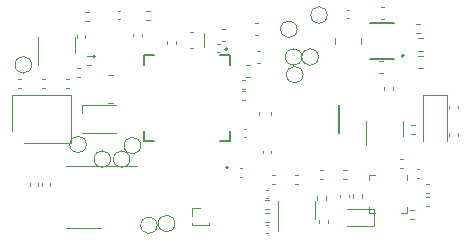
<source format=gbr>
G04 #@! TF.GenerationSoftware,KiCad,Pcbnew,7.0.10-7.0.10~ubuntu22.04.1*
G04 #@! TF.CreationDate,2024-02-23T20:42:25+01:00*
G04 #@! TF.ProjectId,dictofun,64696374-6f66-4756-9e2e-6b696361645f,rev?*
G04 #@! TF.SameCoordinates,Original*
G04 #@! TF.FileFunction,Legend,Top*
G04 #@! TF.FilePolarity,Positive*
%FSLAX45Y45*%
G04 Gerber Fmt 4.5, Leading zero omitted, Abs format (unit mm)*
G04 Created by KiCad (PCBNEW 7.0.10-7.0.10~ubuntu22.04.1) date 2024-02-23 20:42:25*
%MOMM*%
%LPD*%
G01*
G04 APERTURE LIST*
%ADD10C,0.120000*%
%ADD11C,0.200000*%
%ADD12C,0.127000*%
G04 APERTURE END LIST*
D10*
X11819000Y-10465784D02*
X11819000Y-10444216D01*
X11891000Y-10465784D02*
X11891000Y-10444216D01*
X11924000Y-10465784D02*
X11924000Y-10444216D01*
X11996000Y-10465784D02*
X11996000Y-10444216D01*
X14693000Y-10373000D02*
X14740500Y-10373000D01*
X15015000Y-10420500D02*
X15015000Y-10373000D01*
X14693000Y-10420500D02*
X14693000Y-10373000D01*
X15015000Y-10647500D02*
X15015000Y-10695000D01*
X14693000Y-10647500D02*
X14693000Y-10695000D01*
X15015000Y-10695000D02*
X14967500Y-10695000D01*
X14693000Y-10695000D02*
X14740500Y-10695000D01*
X15205364Y-10528000D02*
X15174636Y-10528000D01*
X15205364Y-10452000D02*
X15174636Y-10452000D01*
X15118784Y-10399000D02*
X15097216Y-10399000D01*
X15118784Y-10327000D02*
X15097216Y-10327000D01*
X14632000Y-10534636D02*
X14632000Y-10565364D01*
X14556000Y-10534636D02*
X14556000Y-10565364D01*
X14305364Y-10406000D02*
X14274636Y-10406000D01*
X14305364Y-10330000D02*
X14274636Y-10330000D01*
X14952636Y-10237000D02*
X14983364Y-10237000D01*
X14952636Y-10313000D02*
X14983364Y-10313000D01*
X14506364Y-10406000D02*
X14475636Y-10406000D01*
X14506364Y-10330000D02*
X14475636Y-10330000D01*
X14732500Y-10807500D02*
X14732500Y-10660500D01*
X14732500Y-10660500D02*
X14504000Y-10660500D01*
X14504000Y-10807500D02*
X14732500Y-10807500D01*
X15200784Y-10636000D02*
X15179216Y-10636000D01*
X15200784Y-10564000D02*
X15179216Y-10564000D01*
X15044636Y-10667000D02*
X15075364Y-10667000D01*
X15044636Y-10743000D02*
X15075364Y-10743000D01*
X15125364Y-9168000D02*
X15094636Y-9168000D01*
X15125364Y-9092000D02*
X15094636Y-9092000D01*
X15448000Y-10014636D02*
X15448000Y-10045364D01*
X15372000Y-10014636D02*
X15372000Y-10045364D01*
X13634216Y-9984000D02*
X13655784Y-9984000D01*
X13634216Y-10056000D02*
X13655784Y-10056000D01*
X13866000Y-10169216D02*
X13866000Y-10190784D01*
X13794000Y-10169216D02*
X13794000Y-10190784D01*
X12670000Y-10240000D02*
G75*
G03*
X12530000Y-10240000I-70000J0D01*
G01*
X12530000Y-10240000D02*
G75*
G03*
X12670000Y-10240000I70000J0D01*
G01*
X13685028Y-9546000D02*
X13652472Y-9546000D01*
X13685028Y-9444000D02*
X13652472Y-9444000D01*
X12505000Y-10240000D02*
G75*
G03*
X12365000Y-10240000I-70000J0D01*
G01*
X12365000Y-10240000D02*
G75*
G03*
X12505000Y-10240000I70000J0D01*
G01*
X12293000Y-9184636D02*
X12293000Y-9215364D01*
X12217000Y-9184636D02*
X12217000Y-9215364D01*
D11*
X12375000Y-9370000D02*
G75*
G03*
X12355000Y-9370000I-10000J0D01*
G01*
X12355000Y-9370000D02*
G75*
G03*
X12375000Y-9370000I10000J0D01*
G01*
D10*
X12249364Y-9543000D02*
X12218636Y-9543000D01*
X12249364Y-9467000D02*
X12218636Y-9467000D01*
X15374000Y-9810784D02*
X15374000Y-9789216D01*
X15446000Y-9810784D02*
X15446000Y-9789216D01*
X13300000Y-9290000D02*
X13300000Y-9170000D01*
X13200000Y-9300000D02*
X13180000Y-9300000D01*
X13200000Y-9160000D02*
X13180000Y-9160000D01*
X13840784Y-10866000D02*
X13819216Y-10866000D01*
X13840784Y-10794000D02*
X13819216Y-10794000D01*
X15081364Y-10023000D02*
X15050636Y-10023000D01*
X15081364Y-9947000D02*
X15050636Y-9947000D01*
X13050000Y-10785000D02*
G75*
G03*
X12910000Y-10785000I-70000J0D01*
G01*
X12910000Y-10785000D02*
G75*
G03*
X13050000Y-10785000I70000J0D01*
G01*
X14823000Y-9650784D02*
X14823000Y-9629216D01*
X14895000Y-9650784D02*
X14895000Y-9629216D01*
X12585784Y-9056000D02*
X12564216Y-9056000D01*
X12585784Y-8984000D02*
X12564216Y-8984000D01*
X13900364Y-10448000D02*
X13869636Y-10448000D01*
X13900364Y-10372000D02*
X13869636Y-10372000D01*
X12289636Y-8992000D02*
X12320364Y-8992000D01*
X12289636Y-9068000D02*
X12320364Y-9068000D01*
X14525784Y-9046000D02*
X14504216Y-9046000D01*
X14525784Y-8974000D02*
X14504216Y-8974000D01*
X12300000Y-10115000D02*
G75*
G03*
X12160000Y-10115000I-70000J0D01*
G01*
X12160000Y-10115000D02*
G75*
G03*
X12300000Y-10115000I70000J0D01*
G01*
X14328000Y-10552636D02*
X14328000Y-10583364D01*
X14252000Y-10552636D02*
X14252000Y-10583364D01*
X11920636Y-9562000D02*
X11951364Y-9562000D01*
X11920636Y-9638000D02*
X11951364Y-9638000D01*
X11888000Y-9272250D02*
X11888000Y-9439750D01*
X11888000Y-9272250D02*
X11888000Y-9207250D01*
X12200000Y-9272250D02*
X12200000Y-9337250D01*
X12200000Y-9272250D02*
X12200000Y-9207250D01*
X13924000Y-10670000D02*
X13924000Y-10850000D01*
X13924000Y-10670000D02*
X13924000Y-10590000D01*
X14236000Y-10670000D02*
X14236000Y-10750000D01*
X14236000Y-10670000D02*
X14236000Y-10590000D01*
X12760000Y-10125000D02*
G75*
G03*
X12620000Y-10125000I-70000J0D01*
G01*
X12620000Y-10125000D02*
G75*
G03*
X12760000Y-10125000I70000J0D01*
G01*
X14626000Y-9213875D02*
X14626000Y-9266125D01*
X14404000Y-9213875D02*
X14404000Y-9266125D01*
X13753058Y-9191000D02*
X13724942Y-9191000D01*
X13753058Y-9089000D02*
X13724942Y-9089000D01*
X15153726Y-9322250D02*
X15106274Y-9322250D01*
X15153726Y-9217750D02*
X15106274Y-9217750D01*
X12771000Y-9179216D02*
X12771000Y-9200784D01*
X12699000Y-9179216D02*
X12699000Y-9200784D01*
X14340000Y-9020000D02*
G75*
G03*
X14200000Y-9020000I-70000J0D01*
G01*
X14200000Y-9020000D02*
G75*
G03*
X14340000Y-9020000I70000J0D01*
G01*
X12480000Y-9767000D02*
X12530000Y-9767000D01*
X12480000Y-9531000D02*
X12530000Y-9531000D01*
X12984000Y-9260784D02*
X12984000Y-9239216D01*
X13056000Y-9260784D02*
X13056000Y-9239216D01*
X14790942Y-8949000D02*
X14819058Y-8949000D01*
X14790942Y-9051000D02*
X14819058Y-9051000D01*
X14780942Y-9409000D02*
X14809058Y-9409000D01*
X14780942Y-9511000D02*
X14809058Y-9511000D01*
X11837000Y-9441000D02*
G75*
G03*
X11697000Y-9441000I-70000J0D01*
G01*
X11697000Y-9441000D02*
G75*
G03*
X11837000Y-9441000I70000J0D01*
G01*
X13845364Y-10663000D02*
X13814636Y-10663000D01*
X13845364Y-10587000D02*
X13814636Y-10587000D01*
X14520000Y-10539216D02*
X14520000Y-10560784D01*
X14448000Y-10539216D02*
X14448000Y-10560784D01*
X15153726Y-9472250D02*
X15106274Y-9472250D01*
X15153726Y-9367750D02*
X15106274Y-9367750D01*
X13744442Y-9328000D02*
X13772558Y-9328000D01*
X13744442Y-9430000D02*
X13772558Y-9430000D01*
X14135000Y-9525000D02*
G75*
G03*
X13995000Y-9525000I-70000J0D01*
G01*
X13995000Y-9525000D02*
G75*
G03*
X14135000Y-9525000I70000J0D01*
G01*
X13409216Y-9264000D02*
X13430784Y-9264000D01*
X13409216Y-9336000D02*
X13430784Y-9336000D01*
X14125000Y-9375000D02*
G75*
G03*
X13985000Y-9375000I-70000J0D01*
G01*
X13985000Y-9375000D02*
G75*
G03*
X14125000Y-9375000I70000J0D01*
G01*
D11*
X14442500Y-10020000D02*
X14442500Y-9780000D01*
D10*
X13619216Y-9664000D02*
X13640784Y-9664000D01*
X13619216Y-9736000D02*
X13640784Y-9736000D01*
X14265000Y-9375000D02*
G75*
G03*
X14125000Y-9375000I-70000J0D01*
G01*
X14125000Y-9375000D02*
G75*
G03*
X14265000Y-9375000I70000J0D01*
G01*
X13599216Y-10319000D02*
X13620784Y-10319000D01*
X13599216Y-10391000D02*
X13620784Y-10391000D01*
X15350000Y-9699000D02*
X15150000Y-9699000D01*
X15350000Y-9699000D02*
X15350000Y-10085000D01*
X15150000Y-9699000D02*
X15150000Y-10085000D01*
X12125636Y-9564000D02*
X12156364Y-9564000D01*
X12125636Y-9640000D02*
X12156364Y-9640000D01*
D12*
X14905000Y-9390000D02*
X14705000Y-9390000D01*
X14905000Y-9090000D02*
X14705000Y-9090000D01*
D11*
X14990000Y-9365000D02*
G75*
G03*
X14970000Y-9365000I-10000J0D01*
G01*
X14970000Y-9365000D02*
G75*
G03*
X14990000Y-9365000I10000J0D01*
G01*
D10*
X13840784Y-10571000D02*
X13819216Y-10571000D01*
X13840784Y-10499000D02*
X13819216Y-10499000D01*
D11*
X13500000Y-10310000D02*
G75*
G03*
X13480000Y-10310000I-10000J0D01*
G01*
X13480000Y-10310000D02*
G75*
G03*
X13500000Y-10310000I10000J0D01*
G01*
D10*
X12265000Y-9785000D02*
X12555000Y-9785000D01*
X12265000Y-9845000D02*
X12265000Y-9785000D01*
X12265000Y-10015000D02*
X12555000Y-10015000D01*
X13619216Y-9571000D02*
X13640784Y-9571000D01*
X13619216Y-9643000D02*
X13640784Y-9643000D01*
X12170000Y-10100000D02*
X11770000Y-10100000D01*
X11670000Y-10000000D02*
X11670000Y-9700000D01*
X11670000Y-9700000D02*
X12170000Y-9700000D01*
X12170000Y-9700000D02*
X12170000Y-10100000D01*
X12900000Y-10800000D02*
G75*
G03*
X12760000Y-10800000I-70000J0D01*
G01*
X12760000Y-10800000D02*
G75*
G03*
X12900000Y-10800000I70000J0D01*
G01*
X14064636Y-10372000D02*
X14095364Y-10372000D01*
X14064636Y-10448000D02*
X14095364Y-10448000D01*
X12725000Y-10301500D02*
X12125000Y-10301500D01*
X12425000Y-10823500D02*
X12125000Y-10823500D01*
X13763000Y-9870278D02*
X13763000Y-9837722D01*
X13865000Y-9870278D02*
X13865000Y-9837722D01*
X13195500Y-10656500D02*
X13265000Y-10656500D01*
X13195500Y-10725000D02*
X13195500Y-10656500D01*
X13195500Y-10793500D02*
X13195500Y-10781000D01*
X13195500Y-10793500D02*
X13204172Y-10793500D01*
X13195500Y-10793500D02*
X13334500Y-10793500D01*
X13325828Y-10793500D02*
X13334500Y-10793500D01*
X13334500Y-10793500D02*
X13334500Y-10781000D01*
X13844364Y-10768000D02*
X13813636Y-10768000D01*
X13844364Y-10692000D02*
X13813636Y-10692000D01*
X14085000Y-9140000D02*
G75*
G03*
X13945000Y-9140000I-70000J0D01*
G01*
X13945000Y-9140000D02*
G75*
G03*
X14085000Y-9140000I70000J0D01*
G01*
D12*
X13515000Y-9355000D02*
X13430000Y-9355000D01*
X13515000Y-9355000D02*
X13430000Y-9355000D01*
X12870000Y-9355000D02*
X12785000Y-9355000D01*
X12785000Y-9355000D02*
X12785000Y-9440000D01*
X13515000Y-9440000D02*
X13515000Y-9355000D01*
X13515000Y-9440000D02*
X13515000Y-9355000D01*
X12785000Y-10000000D02*
X12785000Y-10085000D01*
X13515000Y-10085000D02*
X13515000Y-10000000D01*
X13430000Y-10085000D02*
X13515000Y-10085000D01*
X12785000Y-10085000D02*
X12870000Y-10085000D01*
D11*
X13495280Y-9311060D02*
G75*
G03*
X13475280Y-9311060I-10000J0D01*
G01*
X13475280Y-9311060D02*
G75*
G03*
X13495280Y-9311060I10000J0D01*
G01*
D10*
X14348000Y-10751636D02*
X14348000Y-10782364D01*
X14272000Y-10751636D02*
X14272000Y-10782364D01*
X12835364Y-9058000D02*
X12804636Y-9058000D01*
X12835364Y-8982000D02*
X12804636Y-8982000D01*
X11745784Y-9636000D02*
X11724216Y-9636000D01*
X11745784Y-9564000D02*
X11724216Y-9564000D01*
X13474058Y-9241000D02*
X13445942Y-9241000D01*
X13474058Y-9139000D02*
X13445942Y-9139000D01*
X14979000Y-10046000D02*
X14979000Y-9916000D01*
X14667000Y-9916000D02*
X14667000Y-10116000D01*
X12337364Y-9444000D02*
X12306636Y-9444000D01*
X12337364Y-9368000D02*
X12306636Y-9368000D01*
M02*

</source>
